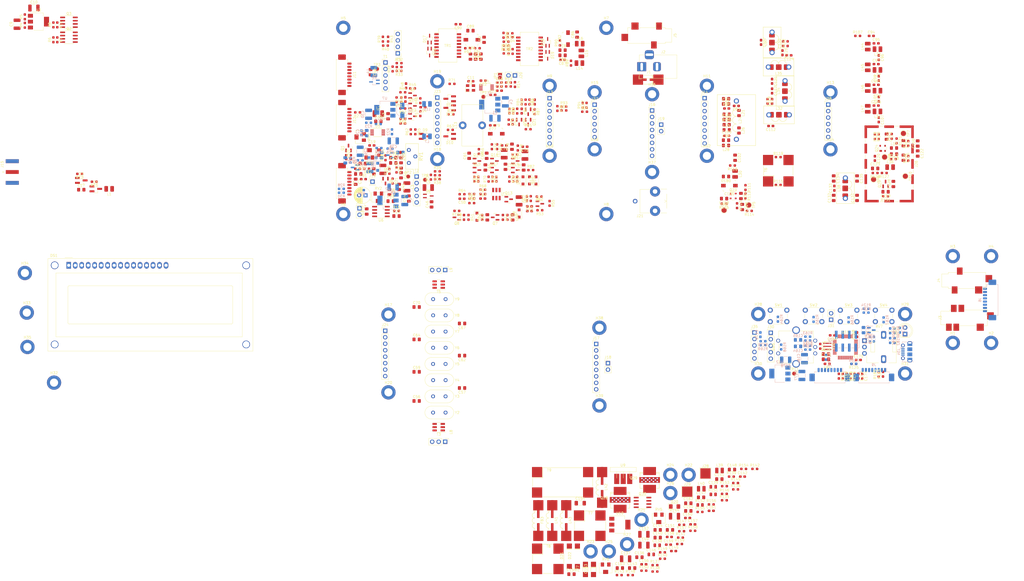
<source format=kicad_pcb>
(kicad_pcb (version 20211014) (generator pcbnew)

  (general
    (thickness 1.6)
  )

  (paper "A4")
  (layers
    (0 "F.Cu" signal)
    (31 "B.Cu" signal)
    (32 "B.Adhes" user "B.Adhesive")
    (33 "F.Adhes" user "F.Adhesive")
    (34 "B.Paste" user)
    (35 "F.Paste" user)
    (36 "B.SilkS" user "B.Silkscreen")
    (37 "F.SilkS" user "F.Silkscreen")
    (38 "B.Mask" user)
    (39 "F.Mask" user)
    (40 "Dwgs.User" user "User.Drawings")
    (41 "Cmts.User" user "User.Comments")
    (42 "Eco1.User" user "User.Eco1")
    (43 "Eco2.User" user "User.Eco2")
    (44 "Edge.Cuts" user)
    (45 "Margin" user)
    (46 "B.CrtYd" user "B.Courtyard")
    (47 "F.CrtYd" user "F.Courtyard")
    (48 "B.Fab" user)
    (49 "F.Fab" user)
    (50 "User.1" user)
    (51 "User.2" user)
    (52 "User.3" user)
    (53 "User.4" user)
    (54 "User.5" user)
    (55 "User.6" user)
    (56 "User.7" user)
    (57 "User.8" user)
    (58 "User.9" user)
  )

  (setup
    (stackup
      (layer "F.SilkS" (type "Top Silk Screen"))
      (layer "F.Paste" (type "Top Solder Paste"))
      (layer "F.Mask" (type "Top Solder Mask") (thickness 0.01))
      (layer "F.Cu" (type "copper") (thickness 0.035))
      (layer "dielectric 1" (type "core") (thickness 1.51) (material "FR4") (epsilon_r 4.5) (loss_tangent 0.02))
      (layer "B.Cu" (type "copper") (thickness 0.035))
      (layer "B.Mask" (type "Bottom Solder Mask") (thickness 0.01))
      (layer "B.Paste" (type "Bottom Solder Paste"))
      (layer "B.SilkS" (type "Bottom Silk Screen"))
      (copper_finish "None")
      (dielectric_constraints no)
    )
    (pad_to_mask_clearance 0)
    (pcbplotparams
      (layerselection 0x00010fc_ffffffff)
      (disableapertmacros false)
      (usegerberextensions false)
      (usegerberattributes true)
      (usegerberadvancedattributes true)
      (creategerberjobfile true)
      (svguseinch false)
      (svgprecision 6)
      (excludeedgelayer true)
      (plotframeref false)
      (viasonmask false)
      (mode 1)
      (useauxorigin false)
      (hpglpennumber 1)
      (hpglpenspeed 20)
      (hpglpendiameter 15.000000)
      (dxfpolygonmode true)
      (dxfimperialunits true)
      (dxfusepcbnewfont true)
      (psnegative false)
      (psa4output false)
      (plotreference true)
      (plotvalue true)
      (plotinvisibletext false)
      (sketchpadsonfab false)
      (subtractmaskfromsilk false)
      (outputformat 1)
      (mirror false)
      (drillshape 1)
      (scaleselection 1)
      (outputdirectory "")
    )
  )

  (net 0 "")
  (net 1 "+12V")
  (net 2 "GND")
  (net 3 "Net-(C2-Pad1)")
  (net 4 "Net-(C3-Pad1)")
  (net 5 "+9VA")
  (net 6 "/MIC")
  (net 7 "Net-(C6-Pad2)")
  (net 8 "+5VA")
  (net 9 "Net-(C10-Pad1)")
  (net 10 "Net-(C11-Pad1)")
  (net 11 "Net-(C11-Pad2)")
  (net 12 "Net-(C14-Pad1)")
  (net 13 "Net-(C14-Pad2)")
  (net 14 "Net-(C15-Pad1)")
  (net 15 "/BFO")
  (net 16 "Net-(C16-Pad1)")
  (net 17 "Net-(C16-Pad2)")
  (net 18 "Net-(C17-Pad1)")
  (net 19 "Net-(C17-Pad2)")
  (net 20 "Net-(C18-Pad1)")
  (net 21 "Net-(C18-Pad2)")
  (net 22 "Net-(C19-Pad1)")
  (net 23 "Net-(C19-Pad2)")
  (net 24 "Net-(C20-Pad1)")
  (net 25 "Net-(C20-Pad2)")
  (net 26 "Net-(C22-Pad1)")
  (net 27 "Net-(C23-Pad1)")
  (net 28 "Net-(C23-Pad2)")
  (net 29 "Net-(C25-Pad1)")
  (net 30 "Net-(C25-Pad2)")
  (net 31 "Net-(C26-Pad1)")
  (net 32 "Net-(C27-Pad1)")
  (net 33 "Net-(C27-Pad2)")
  (net 34 "Net-(C28-Pad1)")
  (net 35 "+VRX")
  (net 36 "Net-(C31-Pad1)")
  (net 37 "Net-(C33-Pad1)")
  (net 38 "/Baseband/VAGC")
  (net 39 "Net-(C37-Pad1)")
  (net 40 "Net-(C39-Pad1)")
  (net 41 "Net-(C39-Pad2)")
  (net 42 "Net-(C40-Pad2)")
  (net 43 "Net-(C41-Pad2)")
  (net 44 "Net-(C42-Pad1)")
  (net 45 "/Baseband/SPKR_OUT")
  (net 46 "Net-(C43-Pad2)")
  (net 47 "Net-(C44-Pad2)")
  (net 48 "Net-(C45-Pad1)")
  (net 49 "Net-(C45-Pad2)")
  (net 50 "Net-(C46-Pad1)")
  (net 51 "Net-(C46-Pad2)")
  (net 52 "Net-(C47-Pad1)")
  (net 53 "Net-(C47-Pad2)")
  (net 54 "Net-(C48-Pad1)")
  (net 55 "Net-(C48-Pad2)")
  (net 56 "Net-(C49-Pad1)")
  (net 57 "Net-(C49-Pad2)")
  (net 58 "Net-(C50-Pad1)")
  (net 59 "Net-(C51-Pad2)")
  (net 60 "Net-(C52-Pad1)")
  (net 61 "Net-(C53-Pad1)")
  (net 62 "Net-(C53-Pad2)")
  (net 63 "Net-(C54-Pad2)")
  (net 64 "Net-(C55-Pad1)")
  (net 65 "Net-(C55-Pad2)")
  (net 66 "Net-(C56-Pad2)")
  (net 67 "Net-(C57-Pad2)")
  (net 68 "Net-(C58-Pad1)")
  (net 69 "Net-(C59-Pad2)")
  (net 70 "Net-(C60-Pad2)")
  (net 71 "Net-(C61-Pad1)")
  (net 72 "Net-(C62-Pad2)")
  (net 73 "Net-(C63-Pad2)")
  (net 74 "Net-(C64-Pad2)")
  (net 75 "Net-(C65-Pad1)")
  (net 76 "Net-(C65-Pad2)")
  (net 77 "Net-(C66-Pad2)")
  (net 78 "Net-(C67-Pad2)")
  (net 79 "Net-(C68-Pad1)")
  (net 80 "Net-(C69-Pad1)")
  (net 81 "Net-(C69-Pad2)")
  (net 82 "Net-(C70-Pad2)")
  (net 83 "Net-(C71-Pad2)")
  (net 84 "Net-(C72-Pad1)")
  (net 85 "Net-(C72-Pad2)")
  (net 86 "Net-(C73-Pad2)")
  (net 87 "Net-(C74-Pad2)")
  (net 88 "Net-(C75-Pad2)")
  (net 89 "Net-(C76-Pad1)")
  (net 90 "Net-(C76-Pad2)")
  (net 91 "Net-(C78-Pad1)")
  (net 92 "Net-(C80-Pad1)")
  (net 93 "Net-(C80-Pad2)")
  (net 94 "Net-(C81-Pad1)")
  (net 95 "Net-(C81-Pad2)")
  (net 96 "Net-(C82-Pad1)")
  (net 97 "Net-(C82-Pad2)")
  (net 98 "Net-(C83-Pad2)")
  (net 99 "Net-(C86-Pad1)")
  (net 100 "Net-(C86-Pad2)")
  (net 101 "Net-(C87-Pad2)")
  (net 102 "Net-(C90-Pad2)")
  (net 103 "/70MHz VHF Frontend/VHF_RX")
  (net 104 "/70MHz VHF Frontend/TX_FROM_MIX")
  (net 105 "Net-(C94-Pad2)")
  (net 106 "Net-(C96-Pad2)")
  (net 107 "Net-(C100-Pad2)")
  (net 108 "Net-(C101-Pad2)")
  (net 109 "Net-(C102-Pad2)")
  (net 110 "Net-(C103-Pad1)")
  (net 111 "Net-(C104-Pad2)")
  (net 112 "Net-(C106-Pad1)")
  (net 113 "Net-(C107-Pad2)")
  (net 114 "Net-(C108-Pad1)")
  (net 115 "Net-(C109-Pad2)")
  (net 116 "/70MHz VHF Frontend/+VTX_FE")
  (net 117 "Net-(C111-Pad2)")
  (net 118 "Net-(C112-Pad1)")
  (net 119 "Net-(C112-Pad2)")
  (net 120 "Net-(C114-Pad2)")
  (net 121 "Net-(C115-Pad2)")
  (net 122 "Net-(C118-Pad2)")
  (net 123 "Net-(C120-Pad1)")
  (net 124 "Net-(C120-Pad2)")
  (net 125 "Net-(C121-Pad1)")
  (net 126 "Net-(C125-Pad2)")
  (net 127 "Net-(C126-Pad1)")
  (net 128 "Net-(C128-Pad1)")
  (net 129 "Net-(C128-Pad2)")
  (net 130 "Net-(C129-Pad1)")
  (net 131 "/70MHz VHF Frontend/RX_TO_MIX")
  (net 132 "/70MHz VHF Frontend/VHF_TX")
  (net 133 "Net-(C136-Pad1)")
  (net 134 "Net-(C136-Pad2)")
  (net 135 "/PA 70MHz/12V")
  (net 136 "VGG1")
  (net 137 "Net-(C140-Pad1)")
  (net 138 "Net-(C140-Pad2)")
  (net 139 "Net-(C143-Pad1)")
  (net 140 "Net-(C143-Pad2)")
  (net 141 "Net-(C144-Pad1)")
  (net 142 "Net-(C144-Pad2)")
  (net 143 "VGG2")
  (net 144 "Net-(C147-Pad1)")
  (net 145 "Net-(C147-Pad2)")
  (net 146 "Net-(C148-Pad1)")
  (net 147 "Net-(C148-Pad2)")
  (net 148 "Net-(C149-Pad1)")
  (net 149 "/Control on separate board/GPIO_PA4")
  (net 150 "/PA 70MHz/VG_5V")
  (net 151 "Net-(C155-Pad2)")
  (net 152 "Net-(C156-Pad2)")
  (net 153 "Net-(C159-Pad2)")
  (net 154 "Net-(C161-Pad2)")
  (net 155 "Net-(C162-Pad2)")
  (net 156 "/PA 70MHz/PA_OUT")
  (net 157 "/Control on separate board/ENC_B")
  (net 158 "/Control on separate board/ENC_A")
  (net 159 "/Control on separate board/3.3V_UI")
  (net 160 "Net-(C169-Pad1)")
  (net 161 "Net-(C171-Pad1)")
  (net 162 "Net-(C172-Pad1)")
  (net 163 "Net-(C173-Pad2)")
  (net 164 "/Control on separate board/CW_TONE")
  (net 165 "Net-(C176-Pad1)")
  (net 166 "/Control on separate board/5V")
  (net 167 "Net-(D2-Pad1)")
  (net 168 "Net-(D5-Pad1)")
  (net 169 "Net-(D5-Pad2)")
  (net 170 "Net-(D6-Pad1)")
  (net 171 "Net-(D6-Pad2)")
  (net 172 "Net-(D7-Pad2)")
  (net 173 "Net-(D8-Pad2)")
  (net 174 "Net-(D9-Pad1)")
  (net 175 "Net-(D10-Pad3)")
  (net 176 "Net-(D10-Pad1)")
  (net 177 "Net-(D11-Pad1)")
  (net 178 "Net-(D11-Pad3)")
  (net 179 "Net-(D13-Pad2)")
  (net 180 "Net-(D14-Pad2)")
  (net 181 "Net-(D15-Pad2)")
  (net 182 "Net-(D16-Pad1)")
  (net 183 "Net-(D16-Pad2)")
  (net 184 "Net-(D16-Pad3)")
  (net 185 "Net-(D17-Pad3)")
  (net 186 "Net-(D18-Pad1)")
  (net 187 "Net-(D18-Pad2)")
  (net 188 "Net-(D18-Pad3)")
  (net 189 "Net-(D19-Pad3)")
  (net 190 "Net-(D20-Pad2)")
  (net 191 "Net-(D21-Pad2)")
  (net 192 "/Control on separate board/STATUSn")
  (net 193 "Net-(D23-Pad2)")
  (net 194 "unconnected-(DS1-Pad1)")
  (net 195 "unconnected-(DS1-Pad2)")
  (net 196 "unconnected-(DS1-Pad3)")
  (net 197 "unconnected-(DS1-Pad4)")
  (net 198 "unconnected-(DS1-Pad5)")
  (net 199 "unconnected-(DS1-Pad6)")
  (net 200 "unconnected-(DS1-Pad7)")
  (net 201 "unconnected-(DS1-Pad8)")
  (net 202 "unconnected-(DS1-Pad9)")
  (net 203 "unconnected-(DS1-Pad10)")
  (net 204 "unconnected-(DS1-Pad11)")
  (net 205 "unconnected-(DS1-Pad12)")
  (net 206 "unconnected-(DS1-Pad13)")
  (net 207 "unconnected-(DS1-Pad14)")
  (net 208 "unconnected-(DS1-Pad15)")
  (net 209 "unconnected-(DS1-Pad16)")
  (net 210 "Net-(FB1-Pad2)")
  (net 211 "Net-(FB3-Pad1)")
  (net 212 "unconnected-(J3-PadNC)")
  (net 213 "Net-(J3-PadR1)")
  (net 214 "unconnected-(J3-PadR2)")
  (net 215 "Net-(J3-PadS)")
  (net 216 "Net-(J3-PadT)")
  (net 217 "unconnected-(J3-PadTN)")
  (net 218 "Net-(J4-PadR)")
  (net 219 "Net-(J4-PadTN)")
  (net 220 "/CW_RING")
  (net 221 "/CW_TIP")
  (net 222 "unconnected-(J5-PadTN)")
  (net 223 "unconnected-(J6-Pad5)")
  (net 224 "Net-(J7-Pad1)")
  (net 225 "unconnected-(J7-Pad4)")
  (net 226 "/Baseband/SPKR_DET")
  (net 227 "/Control on separate board/CW_TIP")
  (net 228 "/Control on separate board/CW_RING")
  (net 229 "/Control on separate board/CW_KEYn")
  (net 230 "/Control on separate board/MIC_PTTn")
  (net 231 "/Control on separate board/EN_TX")
  (net 232 "/Control on separate board/EN_RX")
  (net 233 "/Control on separate board/S_METER")
  (net 234 "/Control on separate board/SCL")
  (net 235 "/Control on separate board/SDA")
  (net 236 "/Control on separate board/MUTE_MICn")
  (net 237 "/Control on separate board/SPKR_VOL")
  (net 238 "/Baseband/GPIO_XTAL")
  (net 239 "/EN_VRX")
  (net 240 "/EN_VTX")
  (net 241 "/MIC_PTTn")
  (net 242 "/Baseband/CW_KEYn")
  (net 243 "/Baseband/CW_TONE")
  (net 244 "Net-(Q30-Pad5)")
  (net 245 "/Baseband/SPKR_VOL")
  (net 246 "/MUTE_MICn")
  (net 247 "/SDA")
  (net 248 "/SCL")
  (net 249 "/S_METER")
  (net 250 "/Baseband/VHF_IN")
  (net 251 "/Baseband/VHF_OUT")
  (net 252 "/PA 70MHz/PA_IN")
  (net 253 "/PA 70MHz/EN_PA")
  (net 254 "/CLK1")
  (net 255 "Net-(J22-Pad2)")
  (net 256 "+VTX")
  (net 257 "Net-(J24-Pad2)")
  (net 258 "unconnected-(J24-Pad4)")
  (net 259 "unconnected-(J24-Pad5)")
  (net 260 "Net-(J24-Pad7)")
  (net 261 "/Control on separate board/DISP_LAT")
  (net 262 "/Control on separate board/I2C2_SDA")
  (net 263 "/Control on separate board/I2C2_SCL")
  (net 264 "/Control on separate board/PC14")
  (net 265 "/Control on separate board/PC13")
  (net 266 "Net-(C93-Pad1)")
  (net 267 "/Control on separate board/PA0")
  (net 268 "/Control on separate board/USART1_TX")
  (net 269 "/Control on separate board/USART1_RX")
  (net 270 "/Control on separate board/PB15")
  (net 271 "unconnected-(J34-Pad1)")
  (net 272 "/Control on separate board/USB_DM")
  (net 273 "/Control on separate board/USB_DP")
  (net 274 "Net-(J34-Pad4)")
  (net 275 "/Control on separate board/SWCLK")
  (net 276 "/Control on separate board/SWDIO")
  (net 277 "/Control on separate board/RESETn")
  (net 278 "/LO1")
  (net 279 "Net-(L14-Pad1)")
  (net 280 "Net-(L15-Pad1)")
  (net 281 "Net-(L19-Pad1)")
  (net 282 "Net-(L21-Pad2)")
  (net 283 "Net-(L23-Pad2)")
  (net 284 "Net-(L25-Pad2)")
  (net 285 "Net-(L39-Pad2)")
  (net 286 "Net-(L40-Pad2)")
  (net 287 "Net-(Q1-Pad1)")
  (net 288 "Net-(Q2-Pad4)")
  (net 289 "Net-(Q3-Pad4)")
  (net 290 "Net-(Q6-Pad1)")
  (net 291 "Net-(Q6-Pad2)")
  (net 292 "Net-(Q7-Pad1)")
  (net 293 "Net-(Q10-Pad1)")
  (net 294 "Net-(Q10-Pad2)")
  (net 295 "Net-(Q11-Pad1)")
  (net 296 "Net-(Q11-Pad3)")
  (net 297 "Net-(Q13-Pad1)")
  (net 298 "Net-(Q14-Pad2)")
  (net 299 "Net-(Q14-Pad3)")
  (net 300 "Net-(Q16-Pad2)")
  (net 301 "Net-(Q18-Pad2)")
  (net 302 "Net-(Q20-Pad1)")
  (net 303 "Net-(Q21-Pad1)")
  (net 304 "Net-(Q23-Pad1)")
  (net 305 "Net-(Q24-Pad4)")
  (net 306 "/70MHz VHF Frontend/+VRX_FE")
  (net 307 "Net-(Q30-Pad4)")
  (net 308 "Net-(R22-Pad2)")
  (net 309 "Net-(R23-Pad2)")
  (net 310 "Net-(R28-Pad2)")
  (net 311 "Net-(R31-Pad1)")
  (net 312 "Net-(R31-Pad2)")
  (net 313 "Net-(R35-Pad1)")
  (net 314 "Net-(R36-Pad1)")
  (net 315 "Net-(R93-Pad1)")
  (net 316 "Net-(R103-Pad2)")
  (net 317 "Net-(R104-Pad2)")
  (net 318 "Net-(R100-Pad1)")
  (net 319 "Net-(R101-Pad1)")
  (net 320 "Net-(R111-Pad2)")
  (net 321 "Net-(R135-Pad1)")
  (net 322 "Net-(R140-Pad1)")
  (net 323 "Net-(J27-Pad1)")
  (net 324 "Net-(R157-Pad1)")
  (net 325 "Net-(R159-Pad1)")
  (net 326 "Net-(R160-Pad1)")
  (net 327 "Net-(R161-Pad2)")
  (net 328 "/Control on separate board/BTN0")
  (net 329 "/Control on separate board/BTN1")
  (net 330 "/Control on separate board/BTN2")
  (net 331 "/Control on separate board/BTN3")
  (net 332 "Net-(R168-Pad1)")
  (net 333 "/Control on separate board/ENC_BTN")
  (net 334 "/Control on separate board/XTAL1")
  (net 335 "/Control on separate board/XTAL2")
  (net 336 "/Control on separate board/PWM_CW")
  (net 337 "/Control on separate board/MUTE_SPKR")
  (net 338 "Net-(R178-Pad2)")
  (net 339 "Net-(R179-Pad2)")
  (net 340 "Net-(R180-Pad2)")
  (net 341 "/Control on separate board/BOOT0")
  (net 342 "/Control on separate board/BOOT1")
  (net 343 "unconnected-(T3-Pad2)")
  (net 344 "unconnected-(T5-Pad2)")
  (net 345 "unconnected-(TR1-Pad10)")
  (net 346 "unconnected-(TR1-Pad15)")
  (net 347 "unconnected-(TR2-Pad10)")
  (net 348 "unconnected-(TR2-Pad15)")
  (net 349 "Net-(U4-Pad3)")
  (net 350 "/+3V3_CLK")
  (net 351 "unconnected-(U11-Pad40)")
  (net 352 "Net-(D22-Pad2)")
  (net 353 "unconnected-(T4-Pad2)")
  (net 354 "Net-(D1-Pad1)")
  (net 355 "Net-(J16-Pad5)")
  (net 356 "/Baseband/3V3_MIC")
  (net 357 "Net-(C38-Pad1)")
  (net 358 "Net-(L22-Pad2)")
  (net 359 "Net-(L27-Pad2)")
  (net 360 "Net-(L29-Pad2)")
  (net 361 "Net-(L31-Pad2)")
  (net 362 "unconnected-(J13-Pad1)")
  (net 363 "unconnected-(J14-Pad1)")
  (net 364 "unconnected-(U11-Pad1)")

  (footprint "Capacitor_SMD:C_0603_1608Metric_Pad1.08x0.95mm_HandSolder" (layer "F.Cu") (at 219.71 160.02 -90))

  (footprint "Resistor_SMD:R_0603_1608Metric_Pad0.98x0.95mm_HandSolder" (layer "F.Cu") (at 224.663 66.167 -90))

  (footprint "Crystal:Crystal_HC49-U_Vertical" (layer "F.Cu") (at 51.663 155.25))

  (footprint "Resistor_SMD:R_0603_1608Metric_Pad0.98x0.95mm_HandSolder" (layer "F.Cu") (at 160.595 210.291))

  (footprint "Resistor_SMD:R_0603_1608Metric_Pad0.98x0.95mm_HandSolder" (layer "F.Cu") (at 89.916 79.248))

  (footprint "Package_SO:MSOP-10_3x3mm_P0.5mm" (layer "F.Cu") (at 29.972 64.516))

  (footprint "Connector_Molex:Molex_PicoBlade_53261-0871_1x08-1MP_P1.25mm_Horizontal" (layer "F.Cu") (at 16.495 41.91 -90))

  (footprint "mpb:four_4mm_pads_narrow" (layer "F.Cu") (at 112.99 218.726))

  (footprint "Potentiometer_SMD:Potentiometer_Bourns_3214W_Vertical" (layer "F.Cu") (at 23.114 66.294 -90))

  (footprint "Potentiometer_SMD:Potentiometer_Bourns_3214W_Vertical" (layer "F.Cu") (at 26.67 72.898 180))

  (footprint "Resistor_SMD:R_0603_1608Metric_Pad0.98x0.95mm_HandSolder" (layer "F.Cu") (at 237.744 74.676 90))

  (footprint "Capacitor_SMD:C_0603_1608Metric_Pad1.08x0.95mm_HandSolder" (layer "F.Cu") (at 182.626 52.324 -90))

  (footprint "Package_TO_SOT_SMD:SOT-223-3_TabPin2" (layer "F.Cu") (at -102.87 21.082))

  (footprint "Resistor_SMD:R_0603_1608Metric_Pad0.98x0.95mm_HandSolder" (layer "F.Cu") (at 59.0785 45.466))

  (footprint "Capacitor_SMD:C_0603_1608Metric_Pad1.08x0.95mm_HandSolder" (layer "F.Cu") (at 41.0695 46.228 90))

  (footprint "Capacitor_SMD:C_1210_3225Metric_Pad1.33x2.70mm_HandSolder" (layer "F.Cu") (at -104.648 15.748))

  (footprint "Resistor_SMD:R_0603_1608Metric_Pad0.98x0.95mm_HandSolder" (layer "F.Cu") (at 228.346 80.391 180))

  (footprint "Capacitor_SMD:C_0805_2012Metric_Pad1.18x1.45mm_HandSolder" (layer "F.Cu") (at 139.615 223.301))

  (footprint "Capacitor_SMD:C_0805_2012Metric_Pad1.18x1.45mm_HandSolder" (layer "F.Cu") (at 163.755 200.381))

  (footprint "Diode_SMD:D_SOD-123F" (layer "F.Cu") (at 86.868 83.312 90))

  (footprint "Resistor_SMD:R_0603_1608Metric_Pad0.98x0.95mm_HandSolder" (layer "F.Cu") (at 38.354 40.386 180))

  (footprint "mpb:PLD-1.5W" (layer "F.Cu") (at 136.45 200.706))

  (footprint "Capacitor_SMD:C_0805_2012Metric_Pad1.18x1.45mm_HandSolder" (layer "F.Cu") (at 132.465 230.991))

  (footprint "Capacitor_SMD:C_0805_2012Metric_Pad1.18x1.45mm_HandSolder" (layer "F.Cu") (at 208.534 82.55 -90))

  (footprint "Resistor_SMD:R_0805_2012Metric" (layer "F.Cu") (at 156.215 210.511))

  (footprint "Connector_BarrelJack:BarrelJack_Horizontal" (layer "F.Cu") (at 133.35 38.735 180))

  (footprint "Resistor_SMD:R_0603_1608Metric_Pad0.98x0.95mm_HandSolder" (layer "F.Cu") (at 165.775 203.141))

  (footprint "Inductor_SMD:L_1008_2520Metric_Pad1.43x2.20mm_HandSolder" (layer "F.Cu") (at 221.869 30.861 90))

  (footprint "Connector_Molex:Molex_PicoBlade_53261-0871_1x08-1MP_P1.25mm_Horizontal" (layer "F.Cu") (at 16.495 59.69 -90))

  (footprint "Package_TO_SOT_SMD:SOT-23" (layer "F.Cu") (at 60.96 97.79 180))

  (footprint "MountingHole:MountingHole_3.2mm_M3_DIN965_Pad" (layer "F.Cu") (at 179 135.686))

  (footprint "Resistor_SMD:R_0603_1608Metric_Pad0.98x0.95mm_HandSolder" (layer "F.Cu") (at -97.028 22.352 90))

  (footprint "Resistor_SMD:R_0603_1608Metric_Pad0.98x0.95mm_HandSolder" (layer "F.Cu") (at 46.6575 52.07 90))

  (footprint "Capacitor_SMD:C_0805_2012Metric_Pad1.18x1.45mm_HandSolder" (layer "F.Cu") (at 166.37 81.788 180))

  (footprint "Inductor_SMD:L_1008_2520Metric_Pad1.43x2.20mm_HandSolder" (layer "F.Cu") (at 109.0735 29.718))

  (footprint "Inductor_SMD:L_1008_2520Metric_Pad1.43x2.20mm_HandSolder" (layer "F.Cu") (at -75.184 86.614 180))

  (footprint "Package_TO_SOT_SMD:SOT-23_Handsoldering" (layer "F.Cu") (at 58.166 54.864 180))

  (footprint "Capacitor_SMD:C_0805_2012Metric_Pad1.18x1.45mm_HandSolder" (layer "F.Cu") (at 105.855 237.631))

  (footprint "Capacitor_SMD:C_0603_1608Metric_Pad1.08x0.95mm_HandSolder" (layer "F.Cu") (at 40.8155 51.562 90))

  (footprint "mpb:two_4mm_pads" (layer "F.Cu") (at 135.89 43.815 -90))

  (footprint "Inductor_SMD:L_1008_2520Metric_Pad1.43x2.20mm_HandSolder" (layer "F.Cu") (at 221.869 55.245 90))

  (footprint "Capacitor_SMD:C_0805_2012Metric_Pad1.18x1.45mm_HandSolder" (layer "F.Cu") (at 82.804 97.79 -90))

  (footprint "Capacitor_SMD:C_0603_1608Metric_Pad1.08x0.95mm_HandSolder" (layer "F.Cu") (at 91.44 52.578 90))

  (footprint "Resistor_SMD:R_0603_1608Metric_Pad0.98x0.95mm_HandSolder" (layer "F.Cu") (at 39.7995 48.768))

  (footprint "Resistor_SMD:R_0603_1608Metric_Pad0.98x0.95mm_HandSolder" (layer "F.Cu") (at 203.27 148.323 -90))

  (footprint "Inductor_SMD:L_0805_2012Metric_Pad1.15x1.40mm_HandSolder" (layer "F.Cu") (at 166.624 57.404 180))

  (footprint "TestPoint:TestPoint_Pad_D2.0mm" (layer "F.Cu") (at 236.601 81.661 -90))

  (footprint "Resistor_SMD:R_0603_1608Metric_Pad0.98x0.95mm_HandSolder" (layer "F.Cu") (at 165.735 206.151))

  (footprint "Package_TO_SOT_SMD:SOT-323_SC-70_Handsoldering" (layer "F.Cu") (at 50.292 27.9185 90))

  (footprint "Resistor_SMD:R_0603_1608Metric_Pad0.98x0.95mm_HandSolder" (layer "F.Cu") (at 141.495 231.581))

  (footprint "Resistor_SMD:R_0603_1608Metric_Pad0.98x0.95mm_HandSolder" (layer "F.Cu") (at 74.676 70.104 -90))

  (footprint "Capacitor_SMD:C_0603_1608Metric_Pad1.08x0.95mm_HandSolder" (layer "F.Cu") (at 76.454 82.804 90))

  (footprint "Potentiometer_SMD:Potentiometer_Bourns_3214W_Vertical" (layer "F.Cu") (at 119.225 235.301))

  (footprint "Package_TO_SOT_SMD:SOT-223-3_TabPin2" (layer "F.Cu")
    (tedit 5A02FF57) (tstamp 16cd5eb4-f5d8-4bd2-b7ca-e012e0833188)
    (at 124.785 218.211)
    (descr "module CMS SOT223 4 pins")
    (tags "CMS SOT")
    (property "Need_order" "0")
    (property "Sheetfile" "pa_70.kicad_sch")
    (property "Sheetname" "PA 70MHz")
    (path "/f5953f75-4b48-4b4f-8eb7-dca86201f1bf/00000000-0000-0000-0000-000060783d01")
    (attr smd)
    (fp_text reference "U10" (at 0 -4.5) (layer "F.SilkS")
      (effects (font (size 1 1) (thickness 0.15)))
      (tstamp f94c8b96-2a6a-4903-836a-502210e15e56)
    )
    (fp_text value "LD1117S50" (at 0 4.5) (layer "F.Fab")
      (effects (font (size 1 1) (thickness 0.15)))
      (tstamp 890d26a7-00dc-4f79-9d7c-cfc67e9591dd)
    )
    (fp_text user "${REFERENCE}" (at 0 0 90) (layer "F.Fab")
      (effects (font (size 0.8 0.8) (thickness 0.12)))
      (tstamp 70812cb6-1379-42c0-9720-bc0aacf1ebd0)
    )
    (fp_line (start 1.91 -3.41) (end 1.91 -2.15) (layer "F.SilkS") (width 0.12) (tstamp 75cdf5e9-ce74-489e-9c66-13dca65e3ed7))
    (fp_line (start -4.1 -3.41) (end 1.91 -3.41) (layer "F.SilkS") (width 0.12) (tstamp 7ac00ed2-4d6a-4a7d-b44f-1d02657c1fee))
    (fp_line (start 1.91 3.41) (end 1.91 2.15) (layer "F.SilkS") (width 0.12) (tstamp b5a1c0b7-efaf-48a7-ac75-0f341df79ed7))
    (fp_line (start -1.85 3.41) (end 1.91 3.41) (layer "F.SilkS") (width 0.12) (tstamp c1c6f953-6813-41e6-9b08-c79e5a32b4ec))
    (fp_line (start -4.4 3.6) (end 4.4 3.6) (layer "F.CrtYd") (width 0.05) (tstamp 1e234840-f0e5-45a4-93a2-e552130c7b84))
    (fp_line (start 4.4 3.6) (end 4.4 -3.6) (layer "F.CrtYd") (width 0.05) (tstamp 5f728b02-cc3b-41ee-a4c9-d5eded962456))
    (fp_line (start 4.4 -3.6) (end -4.4 -3.6) (layer "F.CrtYd") (width 0.05) (tstamp 6bb5797a-8b62-47fa-8a78-0610a4833cbe))
    (fp_line (start -4.4 -3.6) (end -4.4 3.6) (layer "F.CrtYd") (width 0.05) (tstamp d75769d1-e748-437c-a1ec-81f29fae18a0))
    (fp_line (start -1.85 3.35) (end 1.85 3.35) (layer "F.Fab") (width 0.1) (tstamp 03349828-b6c3-43b0-addc-4db6fc85cca2))
    (fp_line (start -1.85 -2.35) (end -1.85 3.35) (layer "F.Fab") (width 0.1) (tstamp 3cccb7ad-e855-4288-8808-ceefb17ee7fe))
    (fp_line (start 1.85 -3.35) (end 1.85 3.35) (layer "F.Fab") (width 0.1) (tstamp 4fb89d22-01e4-4343-884b-8766141c65ed))
    (fp_line (start -1.85 -2.35) (end -0.85 -3.35) (layer "F.Fab") (width 0.1) (tstamp c7f4f4d2-7b72-454e-bd19-c398655608b0))
    (fp_line (start -0.85 -3.35) (end 1.85 -3.35) (layer "F.Fab") (width 0.1) (tstamp fb4f724d-0174-4d54-bc53-5f794e1ad964))
    (pad "1" smd rect (at -3.15 -2.3) (size 2 1.5) (layers "F.Cu" "F.Paste" "F.Mask")
      (net 2 "GND") (pinfunction "GND") (pintype "power_in") (tstamp 354aaf3d-bf64-48a0-83b6-234695e7076d))
    (pad "2" smd rect (at -3.15 0) (size 2 1.5) (layers "F.Cu" "F.Paste" "F.Mask")
      (net 150 "/PA 70MHz/VG_5V") (pinfunction "VO") (pintype "power_out") (tstamp 2e00c070-fffc-4142-b4d8-c03e6f45a1b5))
    (pad "2" smd rect (at 3.15 0) (size 2 3.8) (layers "F.Cu" "F.Paste" "F.Mask")
      (net 150 "/PA 70MHz/VG_5V") (pinfunction "VO") (pintype "power_out
... [1805789 chars truncated]
</source>
